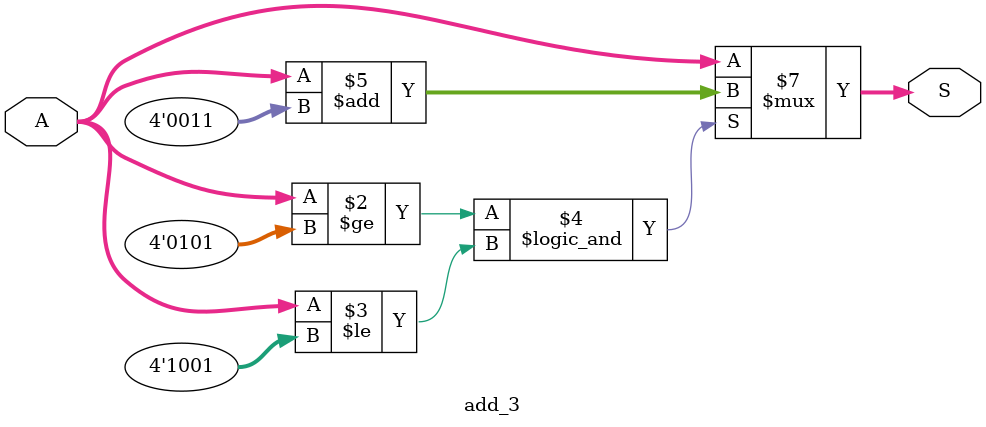
<source format=v>
`timescale 1ns / 1ps


module add_3(
    input [3:0] A,
    output reg [3:0] S
    );
    
    always @(A)
    begin
        if ((A >= 4'b0101) && (A <= 4'b1001))
            S = A + 4'b0011;
        else
            S = A;
        /*
        S[3:1] = S[2:0];
        S[0] = 0; */
    end
    
    
endmodule

</source>
